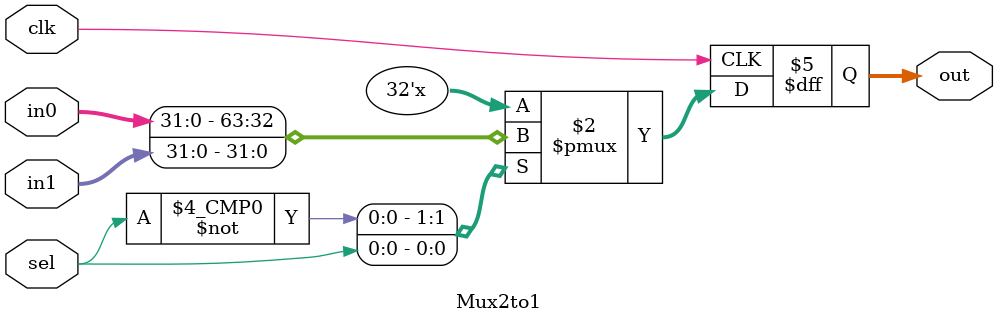
<source format=v>
module Mux2to1
(
	clk,
	sel,
	in0,
	in1,
	out
);

input clk;
input sel;
input [31:0] in0;
input [31:0] in1;
output reg [31:0] out; 


always @ (posedge clk)
begin
	case(sel)
		1'b0:
			out <= in0;
		1'b1:
			out <= in1;
	endcase
end

endmodule
</source>
